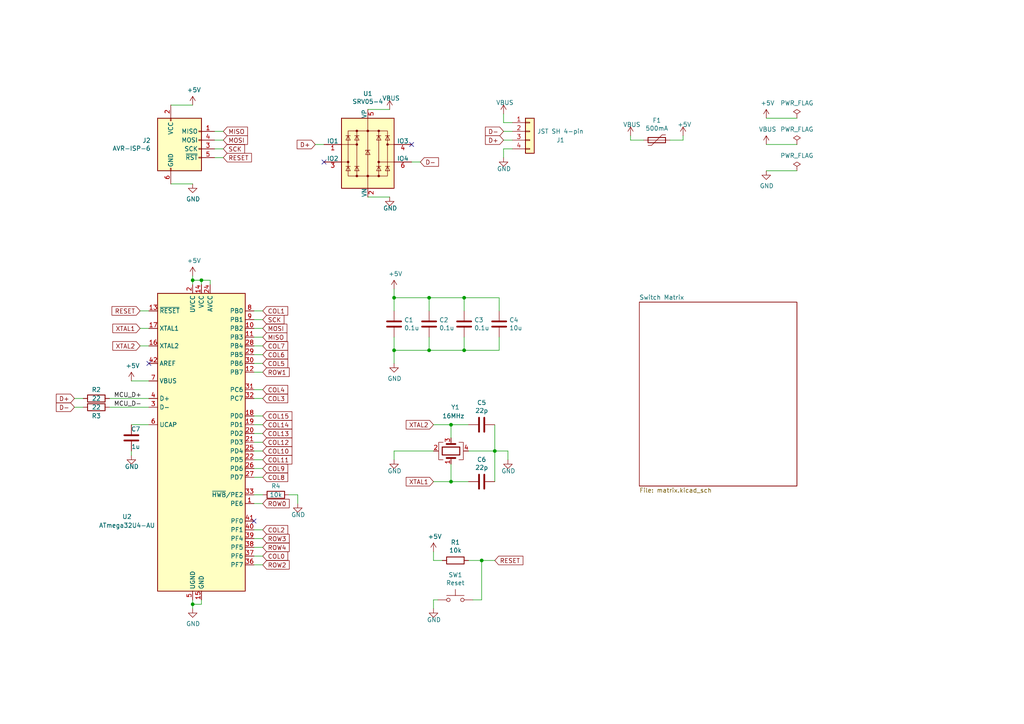
<source format=kicad_sch>
(kicad_sch (version 20210126) (generator eeschema)
  (paper "A4")
  (title_block (title "Bakeneko 65 V3") (date "2020-08-01") (rev "1") (comment 1 "Copyright © 2020 kkatano") (comment 2 "MIT License"))
  (lib_symbols
    (symbol "Connector:AVR-ISP-6" (pin_names (offset 1.016))
      (property "Reference" "J" (at 0 10.16 0))
      (property "Value" "Connector_AVR-ISP-6" (at 0 -7.62 0))
      (symbol "AVR-ISP-6_0_1"
        (rectangle (start -2.667 -5.588) (end -2.413 -6.35))
        (rectangle (start -2.667 8.89) (end -2.413 8.128))
        (rectangle (start 6.35 -2.413) (end 5.588 -2.667))
        (rectangle (start 6.35 0.127) (end 5.588 -0.127))
        (rectangle (start 6.35 2.667) (end 5.588 2.413))
        (rectangle (start 6.35 5.207) (end 5.588 4.953))
        (rectangle (start 6.35 8.89) (end -6.35 -6.35) (stroke (width 0.254)) (fill (type background)))
      )
      (symbol "AVR-ISP-6_1_1"
        (pin passive line (at 10.16 5.08 180) (length 3.81) (name "MISO") (number "1"))
        (pin power_in line (at -2.54 12.7 270) (length 3.81) (name "VCC") (number "2"))
        (pin passive line (at 10.16 0 180) (length 3.81) (name "SCK") (number "3"))
        (pin passive line (at 10.16 2.54 180) (length 3.81) (name "MOSI") (number "4"))
        (pin passive line (at 10.16 -2.54 180) (length 3.81) (name "~RST") (number "5"))
        (pin power_in line (at -2.54 -10.16 90) (length 3.81) (name "GND") (number "6"))
      )
    )
    (symbol "Connector_Generic:Conn_01x04" (pin_names (offset 1.016) hide)
      (property "Reference" "J" (at 0 5.08 0))
      (property "Value" "Connector_Generic_Conn_01x04" (at 0 -7.62 0))
      (symbol "Conn_01x04_1_1"
        (rectangle (start -1.27 -4.953) (end 0 -5.207) (stroke (width 0.1524)))
        (rectangle (start -1.27 -2.413) (end 0 -2.667) (stroke (width 0.1524)))
        (rectangle (start -1.27 0.127) (end 0 -0.127) (stroke (width 0.1524)))
        (rectangle (start -1.27 2.667) (end 0 2.413) (stroke (width 0.1524)))
        (rectangle (start -1.27 3.81) (end 1.27 -6.35) (stroke (width 0.254)) (fill (type background)))
        (pin passive line (at -5.08 2.54 0) (length 3.81) (name "Pin_1") (number "1"))
        (pin passive line (at -5.08 0 0) (length 3.81) (name "Pin_2") (number "2"))
        (pin passive line (at -5.08 -2.54 0) (length 3.81) (name "Pin_3") (number "3"))
        (pin passive line (at -5.08 -5.08 0) (length 3.81) (name "Pin_4") (number "4"))
      )
    )
    (symbol "Device:C" (pin_numbers hide) (pin_names (offset 0.254))
      (property "Reference" "C" (at 0.635 2.54 0))
      (property "Value" "Device_C" (at 0.635 -2.54 0))
      (symbol "C_0_1"
        (polyline (pts (xy -2.032 -0.762) (xy 2.032 -0.762)) (stroke (width 0.508)))
        (polyline (pts (xy -2.032 0.762) (xy 2.032 0.762)) (stroke (width 0.508)))
      )
      (symbol "C_1_1"
        (pin passive line (at 0 3.81 270) (length 2.794) (name "~") (number "1"))
        (pin passive line (at 0 -3.81 90) (length 2.794) (name "~") (number "2"))
      )
    )
    (symbol "Device:Crystal_GND24" (pin_names (offset 1.016) hide)
      (property "Reference" "Y" (at 3.175 5.08 0))
      (property "Value" "Device_Crystal_GND24" (at 3.175 3.175 0))
      (symbol "Crystal_GND24_0_1"
        (rectangle (start -1.143 2.54) (end 1.143 -2.54) (stroke (width 0.3048)))
        (polyline (pts (xy -2.54 0) (xy -2.032 0)))
        (polyline (pts (xy -2.032 -1.27) (xy -2.032 1.27)) (stroke (width 0.508)))
        (polyline (pts (xy 0 -3.81) (xy 0 -3.556)))
        (polyline (pts (xy 0 3.556) (xy 0 3.81)))
        (polyline (pts (xy 2.032 -1.27) (xy 2.032 1.27)) (stroke (width 0.508)))
        (polyline (pts (xy 2.032 0) (xy 2.54 0)))
        (polyline (pts (xy -2.54 -2.286) (xy -2.54 -3.556) (xy 2.54 -3.556) (xy 2.54 -2.286)))
        (polyline (pts (xy -2.54 2.286) (xy -2.54 3.556) (xy 2.54 3.556) (xy 2.54 2.286)))
      )
      (symbol "Crystal_GND24_1_1"
        (pin passive line (at -3.81 0 0) (length 1.27) (name "1") (number "1"))
        (pin passive line (at 0 5.08 270) (length 1.27) (name "2") (number "2"))
        (pin passive line (at 3.81 0 180) (length 1.27) (name "3") (number "3"))
        (pin passive line (at 0 -5.08 90) (length 1.27) (name "4") (number "4"))
      )
    )
    (symbol "Device:Polyfuse" (pin_numbers hide) (pin_names (offset 0))
      (property "Reference" "F" (at -2.54 0 90))
      (property "Value" "Device_Polyfuse" (at 2.54 0 90))
      (symbol "Polyfuse_0_1"
        (rectangle (start -0.762 2.54) (end 0.762 -2.54) (stroke (width 0.254)))
        (polyline (pts (xy 0 2.54) (xy 0 -2.54)))
        (polyline (pts (xy -1.524 2.54) (xy -1.524 1.524) (xy 1.524 -1.524) (xy 1.524 -2.54)))
      )
      (symbol "Polyfuse_1_1"
        (pin passive line (at 0 3.81 270) (length 1.27) (name "~") (number "1"))
        (pin passive line (at 0 -3.81 90) (length 1.27) (name "~") (number "2"))
      )
    )
    (symbol "Device:R" (pin_numbers hide) (pin_names (offset 0))
      (property "Reference" "R" (at 2.032 0 90))
      (property "Value" "Device_R" (at 0 0 90))
      (symbol "R_0_1"
        (rectangle (start -1.016 -2.54) (end 1.016 2.54) (stroke (width 0.254)))
      )
      (symbol "R_1_1"
        (pin passive line (at 0 3.81 270) (length 1.27) (name "~") (number "1"))
        (pin passive line (at 0 -3.81 90) (length 1.27) (name "~") (number "2"))
      )
    )
    (symbol "MCU_Microchip_ATmega:ATmega32U4-AU"
      (property "Reference" "U" (at -12.7 44.45 0))
      (property "Value" "MCU_Microchip_ATmega_ATmega32U4-AU" (at 2.54 -44.45 0))
      (symbol "ATmega32U4-AU_0_1"
        (rectangle (start -12.7 -43.18) (end 12.7 43.18) (stroke (width 0.254)) (fill (type background)))
      )
      (symbol "ATmega32U4-AU_1_1"
        (pin tri_state line (at 15.24 -17.78 180) (length 2.54) (name "PE6") (number "1"))
        (pin tri_state line (at 15.24 33.02 180) (length 2.54) (name "PB2") (number "10"))
        (pin tri_state line (at 15.24 30.48 180) (length 2.54) (name "PB3") (number "11"))
        (pin tri_state line (at 15.24 20.32 180) (length 2.54) (name "PB7") (number "12"))
        (pin input line (at -15.24 38.1 0) (length 2.54) (name "~RESET") (number "13"))
        (pin power_in line (at 0 45.72 270) (length 2.54) (name "VCC") (number "14"))
        (pin power_in line (at 0 -45.72 90) (length 2.54) (name "GND") (number "15"))
        (pin output line (at -15.24 27.94 0) (length 2.54) (name "XTAL2") (number "16"))
        (pin input line (at -15.24 33.02 0) (length 2.54) (name "XTAL1") (number "17"))
        (pin tri_state line (at 15.24 7.62 180) (length 2.54) (name "PD0") (number "18"))
        (pin tri_state line (at 15.24 5.08 180) (length 2.54) (name "PD1") (number "19"))
        (pin power_in line (at -2.54 45.72 270) (length 2.54) (name "UVCC") (number "2"))
        (pin tri_state line (at 15.24 2.54 180) (length 2.54) (name "PD2") (number "20"))
        (pin tri_state line (at 15.24 0 180) (length 2.54) (name "PD3") (number "21"))
        (pin tri_state line (at 15.24 -5.08 180) (length 2.54) (name "PD5") (number "22"))
        (pin passive line (at 0 -45.72 90) (length 2.54) hide (name "GND") (number "23"))
        (pin power_in line (at 2.54 45.72 270) (length 2.54) (name "AVCC") (number "24"))
        (pin tri_state line (at 15.24 -2.54 180) (length 2.54) (name "PD4") (number "25"))
        (pin tri_state line (at 15.24 -7.62 180) (length 2.54) (name "PD6") (number "26"))
        (pin tri_state line (at 15.24 -10.16 180) (length 2.54) (name "PD7") (number "27"))
        (pin tri_state line (at 15.24 27.94 180) (length 2.54) (name "PB4") (number "28"))
        (pin tri_state line (at 15.24 25.4 180) (length 2.54) (name "PB5") (number "29"))
        (pin bidirectional line (at -15.24 10.16 0) (length 2.54) (name "D-") (number "3"))
        (pin tri_state line (at 15.24 22.86 180) (length 2.54) (name "PB6") (number "30"))
        (pin tri_state line (at 15.24 15.24 180) (length 2.54) (name "PC6") (number "31"))
        (pin tri_state line (at 15.24 12.7 180) (length 2.54) (name "PC7") (number "32"))
        (pin tri_state line (at 15.24 -15.24 180) (length 2.54) (name "~HWB~/PE2") (number "33"))
        (pin passive line (at 0 45.72 270) (length 2.54) hide (name "VCC") (number "34"))
        (pin passive line (at 0 -45.72 90) (length 2.54) hide (name "GND") (number "35"))
        (pin tri_state line (at 15.24 -35.56 180) (length 2.54) (name "PF7") (number "36"))
        (pin tri_state line (at 15.24 -33.02 180) (length 2.54) (name "PF6") (number "37"))
        (pin tri_state line (at 15.24 -30.48 180) (length 2.54) (name "PF5") (number "38"))
        (pin tri_state line (at 15.24 -27.94 180) (length 2.54) (name "PF4") (number "39"))
        (pin bidirectional line (at -15.24 12.7 0) (length 2.54) (name "D+") (number "4"))
        (pin tri_state line (at 15.24 -25.4 180) (length 2.54) (name "PF1") (number "40"))
        (pin tri_state line (at 15.24 -22.86 180) (length 2.54) (name "PF0") (number "41"))
        (pin passive line (at -15.24 22.86 0) (length 2.54) (name "AREF") (number "42"))
        (pin passive line (at 0 -45.72 90) (length 2.54) hide (name "GND") (number "43"))
        (pin passive line (at 2.54 45.72 270) (length 2.54) hide (name "AVCC") (number "44"))
        (pin passive line (at -2.54 -45.72 90) (length 2.54) (name "UGND") (number "5"))
        (pin passive line (at -15.24 5.08 0) (length 2.54) (name "UCAP") (number "6"))
        (pin input line (at -15.24 17.78 0) (length 2.54) (name "VBUS") (number "7"))
        (pin tri_state line (at 15.24 38.1 180) (length 2.54) (name "PB0") (number "8"))
        (pin tri_state line (at 15.24 35.56 180) (length 2.54) (name "PB1") (number "9"))
      )
    )
    (symbol "Power_Protection:SRV05-4" (pin_names (offset 0))
      (property "Reference" "U" (at -5.08 11.43 0))
      (property "Value" "Power_Protection_SRV05-4" (at 2.54 11.43 0))
      (symbol "SRV05-4_0_0"
        (rectangle (start -5.715 6.477) (end 5.715 -6.604))
        (polyline (pts (xy -3.175 -6.604) (xy -3.175 6.477)))
        (polyline (pts (xy 3.175 6.477) (xy 3.175 -6.604)))
      )
      (symbol "SRV05-4_0_1"
        (circle (center -5.715 -2.54) (radius 0.2794) (fill (type outline)))
        (circle (center -3.175 -6.604) (radius 0.2794) (fill (type outline)))
        (circle (center -3.175 2.54) (radius 0.2794) (fill (type outline)))
        (circle (center -3.175 6.477) (radius 0.2794) (fill (type outline)))
        (circle (center 0 -6.604) (radius 0.2794) (fill (type outline)))
        (circle (center 0 6.477) (radius 0.2794) (fill (type outline)))
        (circle (center 3.175 -6.604) (radius 0.2794) (fill (type outline)))
        (circle (center 3.175 -2.54) (radius 0.2794) (fill (type outline)))
        (circle (center 3.175 6.477) (radius 0.2794) (fill (type outline)))
        (circle (center 5.715 2.54) (radius 0.2794) (fill (type outline)))
        (rectangle (start -7.62 10.16) (end 7.62 -10.16) (stroke (width 0.254)) (fill (type background)))
        (polyline (pts (xy -7.747 2.54) (xy -3.175 2.54)))
        (polyline (pts (xy -7.62 -2.54) (xy -5.715 -2.54)))
        (polyline (pts (xy -5.08 -3.81) (xy -6.35 -3.81)))
        (polyline (pts (xy -5.08 5.08) (xy -6.35 5.08)))
        (polyline (pts (xy -2.54 -3.81) (xy -3.81 -3.81)))
        (polyline (pts (xy -2.54 5.08) (xy -3.81 5.08)))
        (polyline (pts (xy 0 10.16) (xy 0 -10.16)))
        (polyline (pts (xy 3.81 -3.81) (xy 2.54 -3.81)))
        (polyline (pts (xy 3.81 5.08) (xy 2.54 5.08)))
        (polyline (pts (xy 6.35 -3.81) (xy 5.08 -3.81)))
        (polyline (pts (xy 6.35 5.08) (xy 5.08 5.08)))
        (polyline (pts (xy 7.62 -2.54) (xy 3.175 -2.54)))
        (polyline (pts (xy 7.62 2.54) (xy 5.715 2.54)))
        (polyline (pts (xy 0.635 0.889) (xy -0.635 0.889) (xy -0.635 0.635)))
        (polyline (pts (xy -5.08 -5.08) (xy -6.35 -5.08) (xy -5.715 -3.81) (xy -5.08 -5.08)))
        (polyline (pts (xy -5.08 3.81) (xy -6.35 3.81) (xy -5.715 5.08) (xy -5.08 3.81)))
        (polyline (pts (xy -2.54 -5.08) (xy -3.81 -5.08) (xy -3.175 -3.81) (xy -2.54 -5.08)))
        (polyline (pts (xy -2.54 3.81) (xy -3.81 3.81) (xy -3.175 5.08) (xy -2.54 3.81)))
        (polyline (pts (xy 0.635 -0.381) (xy -0.635 -0.381) (xy 0 0.889) (xy 0.635 -0.381)))
        (polyline (pts (xy 3.81 -5.08) (xy 2.54 -5.08) (xy 3.175 -3.81) (xy 3.81 -5.08)))
        (polyline (pts (xy 3.81 3.81) (xy 2.54 3.81) (xy 3.175 5.08) (xy 3.81 3.81)))
        (polyline (pts (xy 6.35 -5.08) (xy 5.08 -5.08) (xy 5.715 -3.81) (xy 6.35 -5.08)))
        (polyline (pts (xy 6.35 3.81) (xy 5.08 3.81) (xy 5.715 5.08) (xy 6.35 3.81)))
      )
      (symbol "SRV05-4_1_1"
        (pin passive line (at -12.7 2.54 0) (length 5.08) (name "IO1") (number "1"))
        (pin passive line (at 0 -12.7 90) (length 2.54) (name "VN") (number "2"))
        (pin passive line (at -12.7 -2.54 0) (length 5.08) (name "IO2") (number "3"))
        (pin passive line (at 12.7 2.54 180) (length 5.08) (name "IO3") (number "4"))
        (pin passive line (at 0 12.7 270) (length 2.54) (name "VP") (number "5"))
        (pin passive line (at 12.7 -2.54 180) (length 5.08) (name "IO4") (number "6"))
      )
    )
    (symbol "Switch:SW_Push" (pin_numbers hide) (pin_names (offset 1.016) hide)
      (property "Reference" "SW" (at 1.27 2.54 0))
      (property "Value" "Switch_SW_Push" (at 0 -1.524 0))
      (symbol "SW_Push_0_1"
        (circle (center -2.032 0) (radius 0.508))
        (circle (center 2.032 0) (radius 0.508))
        (polyline (pts (xy 0 1.27) (xy 0 3.048)))
        (polyline (pts (xy 2.54 1.27) (xy -2.54 1.27)))
        (pin passive line (at -5.08 0 0) (length 2.54) (name "1") (number "1"))
        (pin passive line (at 5.08 0 180) (length 2.54) (name "2") (number "2"))
      )
    )
    (symbol "power:+5V" (power) (pin_names (offset 0))
      (property "Value" "power_+5V" (at 0 3.556 0))
      (symbol "+5V_0_1"
        (polyline (pts (xy -0.762 1.27) (xy 0 2.54)))
        (polyline (pts (xy 0 0) (xy 0 2.54)))
        (polyline (pts (xy 0 2.54) (xy 0.762 1.27)))
      )
      (symbol "+5V_1_1"
        (pin power_in line (at 0 0 90) (length 0) hide (name "+5V") (number "1"))
      )
    )
    (symbol "power:GND" (power) (pin_names (offset 0))
      (property "Value" "power_GND" (at 0 -3.81 0))
      (symbol "GND_0_1"
        (polyline (pts (xy 0 0) (xy 0 -1.27) (xy 1.27 -1.27) (xy 0 -2.54) (xy -1.27 -1.27) (xy 0 -1.27)))
      )
      (symbol "GND_1_1"
        (pin power_in line (at 0 0 270) (length 0) hide (name "GND") (number "1"))
      )
    )
    (symbol "power:PWR_FLAG" (power) (pin_numbers hide) (pin_names (offset 0) hide)
      (property "Value" "power_PWR_FLAG" (at 0 3.81 0))
      (symbol "PWR_FLAG_0_0"
        (pin power_out line (at 0 0 90) (length 0) (name "pwr") (number "1"))
      )
      (symbol "PWR_FLAG_0_1"
        (polyline (pts (xy 0 0) (xy 0 1.27) (xy -1.016 1.905) (xy 0 2.54) (xy 1.016 1.905) (xy 0 1.27)))
      )
    )
    (symbol "power:VBUS" (power) (pin_names (offset 0))
      (property "Value" "power_VBUS" (at 0 3.81 0))
      (symbol "VBUS_0_1"
        (polyline (pts (xy -0.762 1.27) (xy 0 2.54)))
        (polyline (pts (xy 0 0) (xy 0 2.54)))
        (polyline (pts (xy 0 2.54) (xy 0.762 1.27)))
      )
      (symbol "VBUS_1_1"
        (pin power_in line (at 0 0 90) (length 0) hide (name "VBUS") (number "1"))
      )
    )
  )
  (junction (at 55.88 81.28) (diameter 0.9144))
  (junction (at 55.88 175.26) (diameter 0.9144))
  (junction (at 58.42 81.28) (diameter 0.9144))
  (junction (at 114.3 86.36) (diameter 0.9144))
  (junction (at 114.3 101.6) (diameter 0.9144))
  (junction (at 124.46 86.36) (diameter 0.9144))
  (junction (at 124.46 101.6) (diameter 0.9144))
  (junction (at 130.81 123.19) (diameter 0.9144))
  (junction (at 130.81 139.7) (diameter 0.9144))
  (junction (at 134.62 86.36) (diameter 0.9144))
  (junction (at 134.62 101.6) (diameter 0.9144))
  (junction (at 139.7 162.56) (diameter 0.9144))
  (junction (at 143.51 130.81) (diameter 0.9144))
  (no_connect (at 43.18 105.41))
  (no_connect (at 73.66 151.13))
  (no_connect (at 93.98 46.99))
  (no_connect (at 119.38 41.91))
  (wire (pts (xy 21.59 115.57) (xy 24.13 115.57)))
  (wire (pts (xy 21.59 118.11) (xy 24.13 118.11)))
  (wire (pts (xy 31.75 115.57) (xy 43.18 115.57)))
  (wire (pts (xy 31.75 118.11) (xy 43.18 118.11)))
  (wire (pts (xy 38.1 110.49) (xy 43.18 110.49)))
  (wire (pts (xy 38.1 123.19) (xy 43.18 123.19)))
  (wire (pts (xy 38.1 130.81) (xy 38.1 132.08)))
  (wire (pts (xy 40.64 90.17) (xy 43.18 90.17)))
  (wire (pts (xy 40.64 100.33) (xy 43.18 100.33)))
  (wire (pts (xy 43.18 95.25) (xy 40.64 95.25)))
  (wire (pts (xy 49.53 30.48) (xy 55.88 30.48)))
  (wire (pts (xy 49.53 53.34) (xy 55.88 53.34)))
  (wire (pts (xy 55.88 80.01) (xy 55.88 81.28)))
  (wire (pts (xy 55.88 81.28) (xy 55.88 82.55)))
  (wire (pts (xy 55.88 81.28) (xy 58.42 81.28)))
  (wire (pts (xy 55.88 173.99) (xy 55.88 175.26)))
  (wire (pts (xy 55.88 175.26) (xy 55.88 176.53)))
  (wire (pts (xy 55.88 175.26) (xy 58.42 175.26)))
  (wire (pts (xy 58.42 81.28) (xy 60.96 81.28)))
  (wire (pts (xy 58.42 82.55) (xy 58.42 81.28)))
  (wire (pts (xy 58.42 175.26) (xy 58.42 173.99)))
  (wire (pts (xy 60.96 81.28) (xy 60.96 82.55)))
  (wire (pts (xy 62.23 40.64) (xy 64.77 40.64)))
  (wire (pts (xy 62.23 45.72) (xy 64.77 45.72)))
  (wire (pts (xy 64.77 38.1) (xy 62.23 38.1)))
  (wire (pts (xy 64.77 43.18) (xy 62.23 43.18)))
  (wire (pts (xy 73.66 90.17) (xy 76.2 90.17)))
  (wire (pts (xy 73.66 95.25) (xy 76.2 95.25)))
  (wire (pts (xy 73.66 100.33) (xy 76.2 100.33)))
  (wire (pts (xy 73.66 105.41) (xy 76.2 105.41)))
  (wire (pts (xy 73.66 113.03) (xy 76.2 113.03)))
  (wire (pts (xy 73.66 120.65) (xy 76.2 120.65)))
  (wire (pts (xy 73.66 125.73) (xy 76.2 125.73)))
  (wire (pts (xy 73.66 130.81) (xy 76.2 130.81)))
  (wire (pts (xy 73.66 135.89) (xy 76.2 135.89)))
  (wire (pts (xy 73.66 146.05) (xy 76.2 146.05)))
  (wire (pts (xy 73.66 156.21) (xy 76.2 156.21)))
  (wire (pts (xy 73.66 161.29) (xy 76.2 161.29)))
  (wire (pts (xy 76.2 92.71) (xy 73.66 92.71)))
  (wire (pts (xy 76.2 97.79) (xy 73.66 97.79)))
  (wire (pts (xy 76.2 102.87) (xy 73.66 102.87)))
  (wire (pts (xy 76.2 107.95) (xy 73.66 107.95)))
  (wire (pts (xy 76.2 115.57) (xy 73.66 115.57)))
  (wire (pts (xy 76.2 123.19) (xy 73.66 123.19)))
  (wire (pts (xy 76.2 128.27) (xy 73.66 128.27)))
  (wire (pts (xy 76.2 133.35) (xy 73.66 133.35)))
  (wire (pts (xy 76.2 138.43) (xy 73.66 138.43)))
  (wire (pts (xy 76.2 143.51) (xy 73.66 143.51)))
  (wire (pts (xy 76.2 153.67) (xy 73.66 153.67)))
  (wire (pts (xy 76.2 158.75) (xy 73.66 158.75)))
  (wire (pts (xy 76.2 163.83) (xy 73.66 163.83)))
  (wire (pts (xy 83.82 143.51) (xy 86.36 143.51)))
  (wire (pts (xy 86.36 143.51) (xy 86.36 146.05)))
  (wire (pts (xy 91.44 41.91) (xy 93.98 41.91)))
  (wire (pts (xy 106.68 57.15) (xy 113.03 57.15)))
  (wire (pts (xy 113.03 31.75) (xy 106.68 31.75)))
  (wire (pts (xy 114.3 83.82) (xy 114.3 86.36)))
  (wire (pts (xy 114.3 86.36) (xy 114.3 90.17)))
  (wire (pts (xy 114.3 86.36) (xy 124.46 86.36)))
  (wire (pts (xy 114.3 97.79) (xy 114.3 101.6)))
  (wire (pts (xy 114.3 101.6) (xy 114.3 105.41)))
  (wire (pts (xy 114.3 101.6) (xy 124.46 101.6)))
  (wire (pts (xy 114.3 130.81) (xy 125.73 130.81)))
  (wire (pts (xy 114.3 133.35) (xy 114.3 130.81)))
  (wire (pts (xy 121.92 46.99) (xy 119.38 46.99)))
  (wire (pts (xy 124.46 86.36) (xy 134.62 86.36)))
  (wire (pts (xy 124.46 90.17) (xy 124.46 86.36)))
  (wire (pts (xy 124.46 97.79) (xy 124.46 101.6)))
  (wire (pts (xy 124.46 101.6) (xy 134.62 101.6)))
  (wire (pts (xy 125.73 123.19) (xy 130.81 123.19)))
  (wire (pts (xy 125.73 139.7) (xy 130.81 139.7)))
  (wire (pts (xy 125.73 160.02) (xy 125.73 162.56)))
  (wire (pts (xy 125.73 162.56) (xy 128.27 162.56)))
  (wire (pts (xy 125.73 173.99) (xy 127 173.99)))
  (wire (pts (xy 125.73 176.53) (xy 125.73 173.99)))
  (wire (pts (xy 130.81 123.19) (xy 135.89 123.19)))
  (wire (pts (xy 130.81 127) (xy 130.81 123.19)))
  (wire (pts (xy 130.81 134.62) (xy 130.81 139.7)))
  (wire (pts (xy 130.81 139.7) (xy 135.89 139.7)))
  (wire (pts (xy 134.62 90.17) (xy 134.62 86.36)))
  (wire (pts (xy 134.62 97.79) (xy 134.62 101.6)))
  (wire (pts (xy 134.62 101.6) (xy 144.78 101.6)))
  (wire (pts (xy 135.89 130.81) (xy 143.51 130.81)))
  (wire (pts (xy 135.89 162.56) (xy 139.7 162.56)))
  (wire (pts (xy 139.7 162.56) (xy 139.7 173.99)))
  (wire (pts (xy 139.7 162.56) (xy 143.51 162.56)))
  (wire (pts (xy 139.7 173.99) (xy 137.16 173.99)))
  (wire (pts (xy 143.51 123.19) (xy 143.51 130.81)))
  (wire (pts (xy 143.51 130.81) (xy 143.51 139.7)))
  (wire (pts (xy 143.51 130.81) (xy 147.32 130.81)))
  (wire (pts (xy 144.78 86.36) (xy 134.62 86.36)))
  (wire (pts (xy 144.78 90.17) (xy 144.78 86.36)))
  (wire (pts (xy 144.78 101.6) (xy 144.78 97.79)))
  (wire (pts (xy 146.05 33.02) (xy 146.05 35.56)))
  (wire (pts (xy 146.05 35.56) (xy 148.59 35.56)))
  (wire (pts (xy 146.05 38.1) (xy 148.59 38.1)))
  (wire (pts (xy 146.05 43.18) (xy 146.05 45.72)))
  (wire (pts (xy 147.32 130.81) (xy 147.32 133.35)))
  (wire (pts (xy 148.59 40.64) (xy 146.05 40.64)))
  (wire (pts (xy 148.59 43.18) (xy 146.05 43.18)))
  (wire (pts (xy 182.88 39.37) (xy 182.88 40.64)))
  (wire (pts (xy 186.69 40.64) (xy 182.88 40.64)))
  (wire (pts (xy 198.12 39.37) (xy 198.12 40.64)))
  (wire (pts (xy 198.12 40.64) (xy 194.31 40.64)))
  (wire (pts (xy 222.25 34.29) (xy 231.14 34.29)))
  (wire (pts (xy 222.25 41.91) (xy 231.14 41.91)))
  (wire (pts (xy 222.25 49.53) (xy 231.14 49.53)))
  (label "MCU_D+" (at 33.02 115.57 0))
  (label "MCU_D-" (at 33.02 118.11 0))
  (global_label "D+" (shape input) (at 21.59 115.57 180) (property "Intersheet References" "${INTERSHEET_REFS}" (effects hide)))
  (global_label "D-" (shape input) (at 21.59 118.11 180) (property "Intersheet References" "${INTERSHEET_REFS}" (effects hide)))
  (global_label "RESET" (shape input) (at 40.64 90.17 180) (property "Intersheet References" "${INTERSHEET_REFS}" (effects hide)))
  (global_label "XTAL1" (shape input) (at 40.64 95.25 180) (property "Intersheet References" "${INTERSHEET_REFS}" (effects hide)))
  (global_label "XTAL2" (shape input) (at 40.64 100.33 180) (property "Intersheet References" "${INTERSHEET_REFS}" (effects hide)))
  (global_label "MISO" (shape input) (at 64.77 38.1 0) (property "Intersheet References" "${INTERSHEET_REFS}" (effects hide)))
  (global_label "MOSI" (shape input) (at 64.77 40.64 0) (property "Intersheet References" "${INTERSHEET_REFS}" (effects hide)))
  (global_label "SCK" (shape input) (at 64.77 43.18 0) (property "Intersheet References" "${INTERSHEET_REFS}" (effects hide)))
  (global_label "RESET" (shape input) (at 64.77 45.72 0) (property "Intersheet References" "${INTERSHEET_REFS}" (effects hide)))
  (global_label "COL1" (shape input) (at 76.2 90.17 0) (property "Intersheet References" "${INTERSHEET_REFS}" (effects hide)))
  (global_label "SCK" (shape input) (at 76.2 92.71 0) (property "Intersheet References" "${INTERSHEET_REFS}" (effects hide)))
  (global_label "MOSI" (shape input) (at 76.2 95.25 0) (property "Intersheet References" "${INTERSHEET_REFS}" (effects hide)))
  (global_label "MISO" (shape input) (at 76.2 97.79 0) (property "Intersheet References" "${INTERSHEET_REFS}" (effects hide)))
  (global_label "COL7" (shape input) (at 76.2 100.33 0) (property "Intersheet References" "${INTERSHEET_REFS}" (effects hide)))
  (global_label "COL6" (shape input) (at 76.2 102.87 0) (property "Intersheet References" "${INTERSHEET_REFS}" (effects hide)))
  (global_label "COL5" (shape input) (at 76.2 105.41 0) (property "Intersheet References" "${INTERSHEET_REFS}" (effects hide)))
  (global_label "ROW1" (shape input) (at 76.2 107.95 0) (property "Intersheet References" "${INTERSHEET_REFS}" (effects hide)))
  (global_label "COL4" (shape input) (at 76.2 113.03 0) (property "Intersheet References" "${INTERSHEET_REFS}" (effects hide)))
  (global_label "COL3" (shape input) (at 76.2 115.57 0) (property "Intersheet References" "${INTERSHEET_REFS}" (effects hide)))
  (global_label "COL15" (shape input) (at 76.2 120.65 0) (property "Intersheet References" "${INTERSHEET_REFS}" (effects hide)))
  (global_label "COL14" (shape input) (at 76.2 123.19 0) (property "Intersheet References" "${INTERSHEET_REFS}" (effects hide)))
  (global_label "COL13" (shape input) (at 76.2 125.73 0) (property "Intersheet References" "${INTERSHEET_REFS}" (effects hide)))
  (global_label "COL12" (shape input) (at 76.2 128.27 0) (property "Intersheet References" "${INTERSHEET_REFS}" (effects hide)))
  (global_label "COL10" (shape input) (at 76.2 130.81 0) (property "Intersheet References" "${INTERSHEET_REFS}" (effects hide)))
  (global_label "COL11" (shape input) (at 76.2 133.35 0) (property "Intersheet References" "${INTERSHEET_REFS}" (effects hide)))
  (global_label "COL9" (shape input) (at 76.2 135.89 0) (property "Intersheet References" "${INTERSHEET_REFS}" (effects hide)))
  (global_label "COL8" (shape input) (at 76.2 138.43 0) (property "Intersheet References" "${INTERSHEET_REFS}" (effects hide)))
  (global_label "ROW0" (shape input) (at 76.2 146.05 0) (property "Intersheet References" "${INTERSHEET_REFS}" (effects hide)))
  (global_label "COL2" (shape input) (at 76.2 153.67 0) (property "Intersheet References" "${INTERSHEET_REFS}" (effects hide)))
  (global_label "ROW3" (shape input) (at 76.2 156.21 0) (property "Intersheet References" "${INTERSHEET_REFS}" (effects hide)))
  (global_label "ROW4" (shape input) (at 76.2 158.75 0) (property "Intersheet References" "${INTERSHEET_REFS}" (effects hide)))
  (global_label "COL0" (shape input) (at 76.2 161.29 0) (property "Intersheet References" "${INTERSHEET_REFS}" (effects hide)))
  (global_label "ROW2" (shape input) (at 76.2 163.83 0) (property "Intersheet References" "${INTERSHEET_REFS}" (effects hide)))
  (global_label "D+" (shape input) (at 91.44 41.91 180) (property "Intersheet References" "${INTERSHEET_REFS}" (effects hide)))
  (global_label "D-" (shape input) (at 121.92 46.99 0) (property "Intersheet References" "${INTERSHEET_REFS}" (effects hide)))
  (global_label "XTAL2" (shape input) (at 125.73 123.19 180) (property "Intersheet References" "${INTERSHEET_REFS}" (effects hide)))
  (global_label "XTAL1" (shape input) (at 125.73 139.7 180) (property "Intersheet References" "${INTERSHEET_REFS}" (effects hide)))
  (global_label "RESET" (shape input) (at 143.51 162.56 0) (property "Intersheet References" "${INTERSHEET_REFS}" (effects hide)))
  (global_label "D-" (shape input) (at 146.05 38.1 180) (property "Intersheet References" "${INTERSHEET_REFS}" (effects hide)))
  (global_label "D+" (shape input) (at 146.05 40.64 180) (property "Intersheet References" "${INTERSHEET_REFS}" (effects hide)))
  (symbol (lib_id "power:+5V") (at 38.1 110.49 0) (unit 1)
    (property "Reference" "#PWR0107" (effects hide))
    (property "Value" "+5V" (at 38.481 106.0958 0))
  )
  (symbol (lib_id "power:+5V") (at 55.88 30.48 0) (unit 1)
    (property "Reference" "#PWR0104" (effects hide))
    (property "Value" "+5V" (at 56.261 26.0858 0))
  )
  (symbol (lib_id "power:+5V") (at 55.88 80.01 0) (unit 1)
    (property "Reference" "#PWR0106" (effects hide))
    (property "Value" "+5V" (at 56.261 75.6158 0))
  )
  (symbol (lib_id "power:VBUS") (at 113.03 31.75 0) (unit 1)
    (property "Reference" "#PWR01" (effects hide))
    (property "Value" "VBUS" (at 113.411 28.4988 0))
  )
  (symbol (lib_id "power:+5V") (at 114.3 83.82 0) (unit 1)
    (property "Reference" "#PWR0102" (effects hide))
    (property "Value" "+5V" (at 114.681 79.4258 0))
  )
  (symbol (lib_id "power:+5V") (at 125.73 160.02 0) (unit 1)
    (property "Reference" "#PWR0105" (effects hide))
    (property "Value" "+5V" (at 126.111 155.6258 0))
  )
  (symbol (lib_id "power:VBUS") (at 146.05 33.02 0) (unit 1)
    (property "Reference" "#PWR08" (effects hide))
    (property "Value" "VBUS" (at 146.431 29.7688 0))
  )
  (symbol (lib_id "power:VBUS") (at 182.88 39.37 0) (unit 1)
    (property "Reference" "#PWR06" (effects hide))
    (property "Value" "VBUS" (at 183.261 36.1442 0))
  )
  (symbol (lib_id "power:+5V") (at 198.12 39.37 0) (unit 1)
    (property "Reference" "#PWR0103" (effects hide))
    (property "Value" "+5V" (at 198.501 36.1188 0))
  )
  (symbol (lib_id "power:+5V") (at 222.25 34.29 0) (unit 1)
    (property "Reference" "#PWR0101" (effects hide))
    (property "Value" "+5V" (at 222.631 29.8958 0))
  )
  (symbol (lib_id "power:VBUS") (at 222.25 41.91 0) (unit 1)
    (property "Reference" "#PWR04" (effects hide))
    (property "Value" "VBUS" (at 222.631 37.5158 0))
  )
  (symbol (lib_id "power:PWR_FLAG") (at 231.14 34.29 0) (unit 1)
    (property "Reference" "#FLG01" (effects hide))
    (property "Value" "PWR_FLAG" (at 231.14 29.8958 0))
  )
  (symbol (lib_id "power:PWR_FLAG") (at 231.14 41.91 0) (unit 1)
    (property "Reference" "#FLG02" (effects hide))
    (property "Value" "PWR_FLAG" (at 231.14 37.5158 0))
  )
  (symbol (lib_id "power:PWR_FLAG") (at 231.14 49.53 0) (unit 1)
    (property "Reference" "#FLG03" (effects hide))
    (property "Value" "PWR_FLAG" (at 231.14 45.1358 0))
  )
  (symbol (lib_id "power:GND") (at 38.1 132.08 0) (unit 1)
    (property "Reference" "#PWR019" (effects hide))
    (property "Value" "GND" (at 38.227 135.3312 0))
  )
  (symbol (lib_id "power:GND") (at 55.88 53.34 0) (unit 1)
    (property "Reference" "#PWR015" (effects hide))
    (property "Value" "GND" (at 56.007 57.7342 0))
  )
  (symbol (lib_id "power:GND") (at 55.88 176.53 0) (unit 1)
    (property "Reference" "#PWR022" (effects hide))
    (property "Value" "GND" (at 56.007 180.9242 0))
  )
  (symbol (lib_id "power:GND") (at 86.36 146.05 0) (unit 1)
    (property "Reference" "#PWR021" (effects hide))
    (property "Value" "GND" (at 86.487 149.3012 0))
  )
  (symbol (lib_id "power:GND") (at 113.03 57.15 0) (unit 1)
    (property "Reference" "#PWR03" (effects hide))
    (property "Value" "GND" (at 113.157 60.4012 0))
  )
  (symbol (lib_id "power:GND") (at 114.3 105.41 0) (unit 1)
    (property "Reference" "#PWR09" (effects hide))
    (property "Value" "GND" (at 114.427 109.8042 0))
  )
  (symbol (lib_id "power:GND") (at 114.3 133.35 0) (unit 1)
    (property "Reference" "#PWR012" (effects hide))
    (property "Value" "GND" (at 114.427 136.6012 0))
  )
  (symbol (lib_id "power:GND") (at 125.73 176.53 0) (unit 1)
    (property "Reference" "#PWR011" (effects hide))
    (property "Value" "GND" (at 125.857 179.7812 0))
  )
  (symbol (lib_id "power:GND") (at 146.05 45.72 0) (unit 1)
    (property "Reference" "#PWR02" (effects hide))
    (property "Value" "GND" (at 146.177 48.9712 0))
  )
  (symbol (lib_id "power:GND") (at 147.32 133.35 0) (unit 1)
    (property "Reference" "#PWR013" (effects hide))
    (property "Value" "GND" (at 147.447 136.6012 0))
  )
  (symbol (lib_id "power:GND") (at 222.25 49.53 0) (unit 1)
    (property "Reference" "#PWR05" (effects hide))
    (property "Value" "GND" (at 222.377 53.9242 0))
  )
  (symbol (lib_id "Device:R") (at 27.94 115.57 270) (unit 1)
    (property "Reference" "R2" (at 27.94 113.03 90))
    (property "Value" "22" (at 27.94 115.57 90))
    (property "Footprint" "Resistor_SMD:R_0805_2012Metric" (effects hide))
    (property "LCSC Part #" "C17561" (effects hide))
  )
  (symbol (lib_id "Device:R") (at 27.94 118.11 270) (unit 1)
    (property "Reference" "R3" (at 27.94 120.65 90))
    (property "Value" "22" (at 27.94 118.11 90))
    (property "Footprint" "Resistor_SMD:R_0805_2012Metric" (effects hide))
    (property "LCSC Part #" "C17561" (effects hide))
  )
  (symbol (lib_id "Device:R") (at 80.01 143.51 270) (unit 1)
    (property "Reference" "R4" (at 80.01 140.97 90))
    (property "Value" "10k" (at 80.01 143.51 90))
    (property "Footprint" "Resistor_SMD:R_0805_2012Metric" (effects hide))
    (property "LCSC Part #" "C17414" (effects hide))
  )
  (symbol (lib_id "Device:R") (at 132.08 162.56 270) (unit 1)
    (property "Reference" "R1" (at 132.08 157.3022 90))
    (property "Value" "10k" (at 132.08 159.6136 90))
    (property "Footprint" "Resistor_SMD:R_0805_2012Metric" (effects hide))
    (property "LCSC Part #" "C17414" (effects hide))
  )
  (symbol (lib_id "Device:Polyfuse") (at 190.5 40.64 270) (unit 1)
    (property "Reference" "F1" (at 190.5 34.925 90))
    (property "Value" "500mA" (at 190.5 37.2364 90))
    (property "Footprint" "Fuse:Fuse_1206_3216Metric" (effects hide))
    (property "LCSC Part #" "C70076" (effects hide))
  )
  (symbol (lib_id "Device:C") (at 38.1 127 0) (unit 1)
    (property "Reference" "C7" (at 39.37 124.46 0))
    (property "Value" "1u" (at 39.37 129.54 0))
    (property "Footprint" "Capacitor_SMD:C_0805_2012Metric" (effects hide))
    (property "LCSC Part #" "C28323" (effects hide))
  )
  (symbol (lib_id "Device:C") (at 114.3 93.98 0) (unit 1)
    (property "Reference" "C1" (at 117.221 92.8116 0) (effects (justify left)))
    (property "Value" "0.1u" (at 117.221 95.123 0) (effects (justify left)))
    (property "Footprint" "Capacitor_SMD:C_0805_2012Metric" (effects hide))
    (property "LCSC Part #" "C49678" (effects hide))
  )
  (symbol (lib_id "Device:C") (at 124.46 93.98 0) (unit 1)
    (property "Reference" "C2" (at 127.381 92.8116 0) (effects (justify left)))
    (property "Value" "0.1u" (at 127.381 95.123 0) (effects (justify left)))
    (property "Footprint" "Capacitor_SMD:C_0805_2012Metric" (effects hide))
    (property "LCSC Part #" "C49678" (effects hide))
  )
  (symbol (lib_id "Device:C") (at 134.62 93.98 0) (unit 1)
    (property "Reference" "C3" (at 137.541 92.8116 0) (effects (justify left)))
    (property "Value" "0.1u" (at 137.541 95.123 0) (effects (justify left)))
    (property "Footprint" "Capacitor_SMD:C_0805_2012Metric" (effects hide))
    (property "LCSC Part #" "C49678" (effects hide))
  )
  (symbol (lib_id "Device:C") (at 139.7 123.19 270) (unit 1)
    (property "Reference" "C5" (at 139.7 116.7892 90))
    (property "Value" "22p" (at 139.7 119.1006 90))
    (property "Footprint" "Capacitor_SMD:C_0805_2012Metric" (effects hide))
    (property "LCSC Part #" "C1804" (effects hide))
  )
  (symbol (lib_id "Device:C") (at 139.7 139.7 270) (unit 1)
    (property "Reference" "C6" (at 139.7 133.2992 90))
    (property "Value" "22p" (at 139.7 135.6106 90))
    (property "Footprint" "Capacitor_SMD:C_0805_2012Metric" (effects hide))
    (property "LCSC Part #" "C1804" (effects hide))
  )
  (symbol (lib_id "Device:C") (at 144.78 93.98 0) (unit 1)
    (property "Reference" "C4" (at 147.701 92.8116 0) (effects (justify left)))
    (property "Value" "10u" (at 147.701 95.123 0) (effects (justify left)))
    (property "Footprint" "Capacitor_SMD:C_0805_2012Metric" (effects hide))
    (property "LCSC Part #" "C15850" (effects hide))
  )
  (symbol (lib_id "Switch:SW_Push") (at 132.08 173.99 0) (unit 1)
    (property "Reference" "SW1" (at 132.08 166.751 0))
    (property "Value" "Reset" (at 132.08 169.0624 0))
    (property "Footprint" "Button_Switch_SMD:SW_SPST_TL3342" (effects hide))
    (property "LCSC Part #" "C318884" (effects hide))
  )
  (symbol (lib_id "Connector_Generic:Conn_01x04") (at 153.67 38.1 0) (unit 1)
    (property "Reference" "J1" (at 162.56 40.64 0))
    (property "Value" "JST SH 4-pin" (at 162.56 38.1 0))
    (property "Footprint" "Connector_JST:JST_SH_SM04B-SRSS-TB_1x04-1MP_P1.00mm_Horizontal" (effects hide))
    (property "LCSC Part #" "C160404" (effects hide))
  )
  (symbol (lib_id "Device:Crystal_GND24") (at 130.81 130.81 90) (unit 1)
    (property "Reference" "Y1" (at 130.81 118.11 90) (effects (justify right)))
    (property "Value" "16MHz" (at 128.27 120.65 90) (effects (justify right)))
    (property "Footprint" "Crystal:Crystal_SMD_3225-4Pin_3.2x2.5mm" (effects hide))
    (property "LCSC Part #" "C13738" (effects hide))
  )
  (symbol (lib_id "Connector:AVR-ISP-6") (at 52.07 43.18 0) (unit 1)
    (property "Reference" "J2" (at 43.7134 40.7416 0) (effects (justify right)))
    (property "Value" "AVR-ISP-6" (at 43.7134 43.053 0) (effects (justify right)))
    (property "Footprint" "bakeneko:ISP" (effects hide))
    (property "Datasheet" " ~" (effects hide))
  )
  (symbol (lib_id "Power_Protection:SRV05-4") (at 106.68 44.45 0) (unit 1)
    (property "Reference" "U1" (at 106.68 27.1526 0))
    (property "Value" "SRV05-4" (at 106.68 29.464 0))
    (property "Footprint" "Package_TO_SOT_SMD:SOT-23-6" (effects hide))
    (property "Datasheet" "http://www.onsemi.com/pub/Collateral/SRV05-4-D.PDF" (effects hide))
    (property "LCSC Part #" "C85364" (effects hide))
  )
  (symbol (lib_id "MCU_Microchip_ATmega:ATmega32U4-AU") (at 58.42 128.27 0) (unit 1)
    (property "Reference" "U2" (at 36.83 149.86 0))
    (property "Value" "ATmega32U4-AU" (at 36.83 152.4 0))
    (property "Footprint" "Package_DFN_QFN:QFN-44-1EP_7x7mm_P0.5mm_EP5.2x5.2mm" (effects hide))
    (property "Datasheet" "http://ww1.microchip.com/downloads/en/DeviceDoc/Atmel-7766-8-bit-AVR-ATmega16U4-32U4_Datasheet.pdf" (effects hide))
    (property "LCSC Part #" "C44854" (effects hide))
  )
  (sheet (at 185.42 87.63) (size 45.72 53.34)
    (property "Sheet name" "Switch Matrix" (at 185.42 86.9945 0) (effects (justify left bottom)))
    (property "Sheet file" "matrix.kicad_sch" (at 185.42 141.4785 0) (effects (justify left top)))
  )
)
</source>
